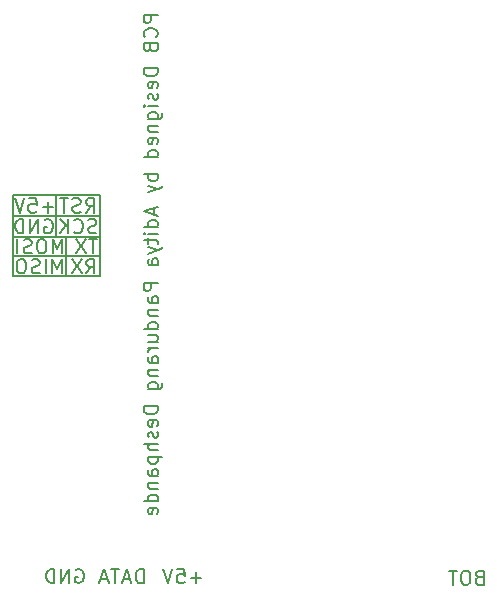
<source format=gbr>
%TF.GenerationSoftware,KiCad,Pcbnew,9.0.3*%
%TF.CreationDate,2025-07-13T14:18:37+05:30*%
%TF.ProjectId,lighting_pcb_tht,6c696768-7469-46e6-975f-7063625f7468,rev?*%
%TF.SameCoordinates,Original*%
%TF.FileFunction,Legend,Bot*%
%TF.FilePolarity,Positive*%
%FSLAX46Y46*%
G04 Gerber Fmt 4.6, Leading zero omitted, Abs format (unit mm)*
G04 Created by KiCad (PCBNEW 9.0.3) date 2025-07-13 14:18:37*
%MOMM*%
%LPD*%
G01*
G04 APERTURE LIST*
%ADD10C,0.170000*%
G04 APERTURE END LIST*
D10*
X3043872Y-18351445D02*
X3158158Y-18294302D01*
X3158158Y-18294302D02*
X3329586Y-18294302D01*
X3329586Y-18294302D02*
X3501015Y-18351445D01*
X3501015Y-18351445D02*
X3615300Y-18465731D01*
X3615300Y-18465731D02*
X3672443Y-18580017D01*
X3672443Y-18580017D02*
X3729586Y-18808588D01*
X3729586Y-18808588D02*
X3729586Y-18980017D01*
X3729586Y-18980017D02*
X3672443Y-19208588D01*
X3672443Y-19208588D02*
X3615300Y-19322874D01*
X3615300Y-19322874D02*
X3501015Y-19437160D01*
X3501015Y-19437160D02*
X3329586Y-19494302D01*
X3329586Y-19494302D02*
X3215300Y-19494302D01*
X3215300Y-19494302D02*
X3043872Y-19437160D01*
X3043872Y-19437160D02*
X2986729Y-19380017D01*
X2986729Y-19380017D02*
X2986729Y-18980017D01*
X2986729Y-18980017D02*
X3215300Y-18980017D01*
X2472443Y-19494302D02*
X2472443Y-18294302D01*
X2472443Y-18294302D02*
X1786729Y-19494302D01*
X1786729Y-19494302D02*
X1786729Y-18294302D01*
X1215300Y-19494302D02*
X1215300Y-18294302D01*
X1215300Y-18294302D02*
X929586Y-18294302D01*
X929586Y-18294302D02*
X758157Y-18351445D01*
X758157Y-18351445D02*
X643872Y-18465731D01*
X643872Y-18465731D02*
X586729Y-18580017D01*
X586729Y-18580017D02*
X529586Y-18808588D01*
X529586Y-18808588D02*
X529586Y-18980017D01*
X529586Y-18980017D02*
X586729Y-19208588D01*
X586729Y-19208588D02*
X643872Y-19322874D01*
X643872Y-19322874D02*
X758157Y-19437160D01*
X758157Y-19437160D02*
X929586Y-19494302D01*
X929586Y-19494302D02*
X1215300Y-19494302D01*
X332485Y-23160000D02*
X7740000Y-23160000D01*
X330000Y-21450000D02*
X7740000Y-21450000D01*
X3975000Y-16300000D02*
X3975000Y-19750000D01*
X330000Y-23160000D02*
X330000Y-16300000D01*
X330000Y-18010000D02*
X7740000Y-18010000D01*
X4870000Y-19785000D02*
X4870000Y-23160000D01*
X330000Y-16300000D02*
X7740000Y-16300000D01*
X330000Y-19785000D02*
X7740000Y-19785000D01*
X7740000Y-23160000D02*
X7740000Y-16300000D01*
X3762443Y-17287160D02*
X2848158Y-17287160D01*
X3305300Y-17744302D02*
X3305300Y-16830017D01*
X1705301Y-16544302D02*
X2276729Y-16544302D01*
X2276729Y-16544302D02*
X2333872Y-17115731D01*
X2333872Y-17115731D02*
X2276729Y-17058588D01*
X2276729Y-17058588D02*
X2162444Y-17001445D01*
X2162444Y-17001445D02*
X1876729Y-17001445D01*
X1876729Y-17001445D02*
X1762444Y-17058588D01*
X1762444Y-17058588D02*
X1705301Y-17115731D01*
X1705301Y-17115731D02*
X1648158Y-17230017D01*
X1648158Y-17230017D02*
X1648158Y-17515731D01*
X1648158Y-17515731D02*
X1705301Y-17630017D01*
X1705301Y-17630017D02*
X1762444Y-17687160D01*
X1762444Y-17687160D02*
X1876729Y-17744302D01*
X1876729Y-17744302D02*
X2162444Y-17744302D01*
X2162444Y-17744302D02*
X2276729Y-17687160D01*
X2276729Y-17687160D02*
X2333872Y-17630017D01*
X1305301Y-16544302D02*
X905301Y-17744302D01*
X905301Y-17744302D02*
X505301Y-16544302D01*
X12594302Y-1007556D02*
X11394302Y-1007556D01*
X11394302Y-1007556D02*
X11394302Y-1464699D01*
X11394302Y-1464699D02*
X11451445Y-1578984D01*
X11451445Y-1578984D02*
X11508588Y-1636127D01*
X11508588Y-1636127D02*
X11622874Y-1693270D01*
X11622874Y-1693270D02*
X11794302Y-1693270D01*
X11794302Y-1693270D02*
X11908588Y-1636127D01*
X11908588Y-1636127D02*
X11965731Y-1578984D01*
X11965731Y-1578984D02*
X12022874Y-1464699D01*
X12022874Y-1464699D02*
X12022874Y-1007556D01*
X12480017Y-2893270D02*
X12537160Y-2836127D01*
X12537160Y-2836127D02*
X12594302Y-2664699D01*
X12594302Y-2664699D02*
X12594302Y-2550413D01*
X12594302Y-2550413D02*
X12537160Y-2378984D01*
X12537160Y-2378984D02*
X12422874Y-2264699D01*
X12422874Y-2264699D02*
X12308588Y-2207556D01*
X12308588Y-2207556D02*
X12080017Y-2150413D01*
X12080017Y-2150413D02*
X11908588Y-2150413D01*
X11908588Y-2150413D02*
X11680017Y-2207556D01*
X11680017Y-2207556D02*
X11565731Y-2264699D01*
X11565731Y-2264699D02*
X11451445Y-2378984D01*
X11451445Y-2378984D02*
X11394302Y-2550413D01*
X11394302Y-2550413D02*
X11394302Y-2664699D01*
X11394302Y-2664699D02*
X11451445Y-2836127D01*
X11451445Y-2836127D02*
X11508588Y-2893270D01*
X11965731Y-3807556D02*
X12022874Y-3978984D01*
X12022874Y-3978984D02*
X12080017Y-4036127D01*
X12080017Y-4036127D02*
X12194302Y-4093270D01*
X12194302Y-4093270D02*
X12365731Y-4093270D01*
X12365731Y-4093270D02*
X12480017Y-4036127D01*
X12480017Y-4036127D02*
X12537160Y-3978984D01*
X12537160Y-3978984D02*
X12594302Y-3864699D01*
X12594302Y-3864699D02*
X12594302Y-3407556D01*
X12594302Y-3407556D02*
X11394302Y-3407556D01*
X11394302Y-3407556D02*
X11394302Y-3807556D01*
X11394302Y-3807556D02*
X11451445Y-3921842D01*
X11451445Y-3921842D02*
X11508588Y-3978984D01*
X11508588Y-3978984D02*
X11622874Y-4036127D01*
X11622874Y-4036127D02*
X11737160Y-4036127D01*
X11737160Y-4036127D02*
X11851445Y-3978984D01*
X11851445Y-3978984D02*
X11908588Y-3921842D01*
X11908588Y-3921842D02*
X11965731Y-3807556D01*
X11965731Y-3807556D02*
X11965731Y-3407556D01*
X12594302Y-5521842D02*
X11394302Y-5521842D01*
X11394302Y-5521842D02*
X11394302Y-5807556D01*
X11394302Y-5807556D02*
X11451445Y-5978985D01*
X11451445Y-5978985D02*
X11565731Y-6093270D01*
X11565731Y-6093270D02*
X11680017Y-6150413D01*
X11680017Y-6150413D02*
X11908588Y-6207556D01*
X11908588Y-6207556D02*
X12080017Y-6207556D01*
X12080017Y-6207556D02*
X12308588Y-6150413D01*
X12308588Y-6150413D02*
X12422874Y-6093270D01*
X12422874Y-6093270D02*
X12537160Y-5978985D01*
X12537160Y-5978985D02*
X12594302Y-5807556D01*
X12594302Y-5807556D02*
X12594302Y-5521842D01*
X12537160Y-7178985D02*
X12594302Y-7064699D01*
X12594302Y-7064699D02*
X12594302Y-6836128D01*
X12594302Y-6836128D02*
X12537160Y-6721842D01*
X12537160Y-6721842D02*
X12422874Y-6664699D01*
X12422874Y-6664699D02*
X11965731Y-6664699D01*
X11965731Y-6664699D02*
X11851445Y-6721842D01*
X11851445Y-6721842D02*
X11794302Y-6836128D01*
X11794302Y-6836128D02*
X11794302Y-7064699D01*
X11794302Y-7064699D02*
X11851445Y-7178985D01*
X11851445Y-7178985D02*
X11965731Y-7236128D01*
X11965731Y-7236128D02*
X12080017Y-7236128D01*
X12080017Y-7236128D02*
X12194302Y-6664699D01*
X12537160Y-7693270D02*
X12594302Y-7807556D01*
X12594302Y-7807556D02*
X12594302Y-8036127D01*
X12594302Y-8036127D02*
X12537160Y-8150413D01*
X12537160Y-8150413D02*
X12422874Y-8207556D01*
X12422874Y-8207556D02*
X12365731Y-8207556D01*
X12365731Y-8207556D02*
X12251445Y-8150413D01*
X12251445Y-8150413D02*
X12194302Y-8036127D01*
X12194302Y-8036127D02*
X12194302Y-7864699D01*
X12194302Y-7864699D02*
X12137160Y-7750413D01*
X12137160Y-7750413D02*
X12022874Y-7693270D01*
X12022874Y-7693270D02*
X11965731Y-7693270D01*
X11965731Y-7693270D02*
X11851445Y-7750413D01*
X11851445Y-7750413D02*
X11794302Y-7864699D01*
X11794302Y-7864699D02*
X11794302Y-8036127D01*
X11794302Y-8036127D02*
X11851445Y-8150413D01*
X12594302Y-8721842D02*
X11794302Y-8721842D01*
X11394302Y-8721842D02*
X11451445Y-8664699D01*
X11451445Y-8664699D02*
X11508588Y-8721842D01*
X11508588Y-8721842D02*
X11451445Y-8778985D01*
X11451445Y-8778985D02*
X11394302Y-8721842D01*
X11394302Y-8721842D02*
X11508588Y-8721842D01*
X11794302Y-9807557D02*
X12765731Y-9807557D01*
X12765731Y-9807557D02*
X12880017Y-9750414D01*
X12880017Y-9750414D02*
X12937160Y-9693271D01*
X12937160Y-9693271D02*
X12994302Y-9578985D01*
X12994302Y-9578985D02*
X12994302Y-9407557D01*
X12994302Y-9407557D02*
X12937160Y-9293271D01*
X12537160Y-9807557D02*
X12594302Y-9693271D01*
X12594302Y-9693271D02*
X12594302Y-9464699D01*
X12594302Y-9464699D02*
X12537160Y-9350414D01*
X12537160Y-9350414D02*
X12480017Y-9293271D01*
X12480017Y-9293271D02*
X12365731Y-9236128D01*
X12365731Y-9236128D02*
X12022874Y-9236128D01*
X12022874Y-9236128D02*
X11908588Y-9293271D01*
X11908588Y-9293271D02*
X11851445Y-9350414D01*
X11851445Y-9350414D02*
X11794302Y-9464699D01*
X11794302Y-9464699D02*
X11794302Y-9693271D01*
X11794302Y-9693271D02*
X11851445Y-9807557D01*
X11794302Y-10378985D02*
X12594302Y-10378985D01*
X11908588Y-10378985D02*
X11851445Y-10436128D01*
X11851445Y-10436128D02*
X11794302Y-10550413D01*
X11794302Y-10550413D02*
X11794302Y-10721842D01*
X11794302Y-10721842D02*
X11851445Y-10836128D01*
X11851445Y-10836128D02*
X11965731Y-10893271D01*
X11965731Y-10893271D02*
X12594302Y-10893271D01*
X12537160Y-11921842D02*
X12594302Y-11807556D01*
X12594302Y-11807556D02*
X12594302Y-11578985D01*
X12594302Y-11578985D02*
X12537160Y-11464699D01*
X12537160Y-11464699D02*
X12422874Y-11407556D01*
X12422874Y-11407556D02*
X11965731Y-11407556D01*
X11965731Y-11407556D02*
X11851445Y-11464699D01*
X11851445Y-11464699D02*
X11794302Y-11578985D01*
X11794302Y-11578985D02*
X11794302Y-11807556D01*
X11794302Y-11807556D02*
X11851445Y-11921842D01*
X11851445Y-11921842D02*
X11965731Y-11978985D01*
X11965731Y-11978985D02*
X12080017Y-11978985D01*
X12080017Y-11978985D02*
X12194302Y-11407556D01*
X12594302Y-13007556D02*
X11394302Y-13007556D01*
X12537160Y-13007556D02*
X12594302Y-12893270D01*
X12594302Y-12893270D02*
X12594302Y-12664698D01*
X12594302Y-12664698D02*
X12537160Y-12550413D01*
X12537160Y-12550413D02*
X12480017Y-12493270D01*
X12480017Y-12493270D02*
X12365731Y-12436127D01*
X12365731Y-12436127D02*
X12022874Y-12436127D01*
X12022874Y-12436127D02*
X11908588Y-12493270D01*
X11908588Y-12493270D02*
X11851445Y-12550413D01*
X11851445Y-12550413D02*
X11794302Y-12664698D01*
X11794302Y-12664698D02*
X11794302Y-12893270D01*
X11794302Y-12893270D02*
X11851445Y-13007556D01*
X12594302Y-14493270D02*
X11394302Y-14493270D01*
X11851445Y-14493270D02*
X11794302Y-14607556D01*
X11794302Y-14607556D02*
X11794302Y-14836127D01*
X11794302Y-14836127D02*
X11851445Y-14950413D01*
X11851445Y-14950413D02*
X11908588Y-15007556D01*
X11908588Y-15007556D02*
X12022874Y-15064698D01*
X12022874Y-15064698D02*
X12365731Y-15064698D01*
X12365731Y-15064698D02*
X12480017Y-15007556D01*
X12480017Y-15007556D02*
X12537160Y-14950413D01*
X12537160Y-14950413D02*
X12594302Y-14836127D01*
X12594302Y-14836127D02*
X12594302Y-14607556D01*
X12594302Y-14607556D02*
X12537160Y-14493270D01*
X11794302Y-15464698D02*
X12594302Y-15750412D01*
X11794302Y-16036127D02*
X12594302Y-15750412D01*
X12594302Y-15750412D02*
X12880017Y-15636127D01*
X12880017Y-15636127D02*
X12937160Y-15578984D01*
X12937160Y-15578984D02*
X12994302Y-15464698D01*
X12251445Y-17350413D02*
X12251445Y-17921842D01*
X12594302Y-17236127D02*
X11394302Y-17636127D01*
X11394302Y-17636127D02*
X12594302Y-18036127D01*
X12594302Y-18950413D02*
X11394302Y-18950413D01*
X12537160Y-18950413D02*
X12594302Y-18836127D01*
X12594302Y-18836127D02*
X12594302Y-18607555D01*
X12594302Y-18607555D02*
X12537160Y-18493270D01*
X12537160Y-18493270D02*
X12480017Y-18436127D01*
X12480017Y-18436127D02*
X12365731Y-18378984D01*
X12365731Y-18378984D02*
X12022874Y-18378984D01*
X12022874Y-18378984D02*
X11908588Y-18436127D01*
X11908588Y-18436127D02*
X11851445Y-18493270D01*
X11851445Y-18493270D02*
X11794302Y-18607555D01*
X11794302Y-18607555D02*
X11794302Y-18836127D01*
X11794302Y-18836127D02*
X11851445Y-18950413D01*
X12594302Y-19521841D02*
X11794302Y-19521841D01*
X11394302Y-19521841D02*
X11451445Y-19464698D01*
X11451445Y-19464698D02*
X11508588Y-19521841D01*
X11508588Y-19521841D02*
X11451445Y-19578984D01*
X11451445Y-19578984D02*
X11394302Y-19521841D01*
X11394302Y-19521841D02*
X11508588Y-19521841D01*
X11794302Y-19921841D02*
X11794302Y-20378984D01*
X11394302Y-20093270D02*
X12422874Y-20093270D01*
X12422874Y-20093270D02*
X12537160Y-20150413D01*
X12537160Y-20150413D02*
X12594302Y-20264698D01*
X12594302Y-20264698D02*
X12594302Y-20378984D01*
X11794302Y-20664698D02*
X12594302Y-20950412D01*
X11794302Y-21236127D02*
X12594302Y-20950412D01*
X12594302Y-20950412D02*
X12880017Y-20836127D01*
X12880017Y-20836127D02*
X12937160Y-20778984D01*
X12937160Y-20778984D02*
X12994302Y-20664698D01*
X12594302Y-22207556D02*
X11965731Y-22207556D01*
X11965731Y-22207556D02*
X11851445Y-22150413D01*
X11851445Y-22150413D02*
X11794302Y-22036127D01*
X11794302Y-22036127D02*
X11794302Y-21807556D01*
X11794302Y-21807556D02*
X11851445Y-21693270D01*
X12537160Y-22207556D02*
X12594302Y-22093270D01*
X12594302Y-22093270D02*
X12594302Y-21807556D01*
X12594302Y-21807556D02*
X12537160Y-21693270D01*
X12537160Y-21693270D02*
X12422874Y-21636127D01*
X12422874Y-21636127D02*
X12308588Y-21636127D01*
X12308588Y-21636127D02*
X12194302Y-21693270D01*
X12194302Y-21693270D02*
X12137160Y-21807556D01*
X12137160Y-21807556D02*
X12137160Y-22093270D01*
X12137160Y-22093270D02*
X12080017Y-22207556D01*
X12594302Y-23693270D02*
X11394302Y-23693270D01*
X11394302Y-23693270D02*
X11394302Y-24150413D01*
X11394302Y-24150413D02*
X11451445Y-24264698D01*
X11451445Y-24264698D02*
X11508588Y-24321841D01*
X11508588Y-24321841D02*
X11622874Y-24378984D01*
X11622874Y-24378984D02*
X11794302Y-24378984D01*
X11794302Y-24378984D02*
X11908588Y-24321841D01*
X11908588Y-24321841D02*
X11965731Y-24264698D01*
X11965731Y-24264698D02*
X12022874Y-24150413D01*
X12022874Y-24150413D02*
X12022874Y-23693270D01*
X12594302Y-25407556D02*
X11965731Y-25407556D01*
X11965731Y-25407556D02*
X11851445Y-25350413D01*
X11851445Y-25350413D02*
X11794302Y-25236127D01*
X11794302Y-25236127D02*
X11794302Y-25007556D01*
X11794302Y-25007556D02*
X11851445Y-24893270D01*
X12537160Y-25407556D02*
X12594302Y-25293270D01*
X12594302Y-25293270D02*
X12594302Y-25007556D01*
X12594302Y-25007556D02*
X12537160Y-24893270D01*
X12537160Y-24893270D02*
X12422874Y-24836127D01*
X12422874Y-24836127D02*
X12308588Y-24836127D01*
X12308588Y-24836127D02*
X12194302Y-24893270D01*
X12194302Y-24893270D02*
X12137160Y-25007556D01*
X12137160Y-25007556D02*
X12137160Y-25293270D01*
X12137160Y-25293270D02*
X12080017Y-25407556D01*
X11794302Y-25978984D02*
X12594302Y-25978984D01*
X11908588Y-25978984D02*
X11851445Y-26036127D01*
X11851445Y-26036127D02*
X11794302Y-26150412D01*
X11794302Y-26150412D02*
X11794302Y-26321841D01*
X11794302Y-26321841D02*
X11851445Y-26436127D01*
X11851445Y-26436127D02*
X11965731Y-26493270D01*
X11965731Y-26493270D02*
X12594302Y-26493270D01*
X12594302Y-27578984D02*
X11394302Y-27578984D01*
X12537160Y-27578984D02*
X12594302Y-27464698D01*
X12594302Y-27464698D02*
X12594302Y-27236126D01*
X12594302Y-27236126D02*
X12537160Y-27121841D01*
X12537160Y-27121841D02*
X12480017Y-27064698D01*
X12480017Y-27064698D02*
X12365731Y-27007555D01*
X12365731Y-27007555D02*
X12022874Y-27007555D01*
X12022874Y-27007555D02*
X11908588Y-27064698D01*
X11908588Y-27064698D02*
X11851445Y-27121841D01*
X11851445Y-27121841D02*
X11794302Y-27236126D01*
X11794302Y-27236126D02*
X11794302Y-27464698D01*
X11794302Y-27464698D02*
X11851445Y-27578984D01*
X11794302Y-28664698D02*
X12594302Y-28664698D01*
X11794302Y-28150412D02*
X12422874Y-28150412D01*
X12422874Y-28150412D02*
X12537160Y-28207555D01*
X12537160Y-28207555D02*
X12594302Y-28321840D01*
X12594302Y-28321840D02*
X12594302Y-28493269D01*
X12594302Y-28493269D02*
X12537160Y-28607555D01*
X12537160Y-28607555D02*
X12480017Y-28664698D01*
X12594302Y-29236126D02*
X11794302Y-29236126D01*
X12022874Y-29236126D02*
X11908588Y-29293269D01*
X11908588Y-29293269D02*
X11851445Y-29350412D01*
X11851445Y-29350412D02*
X11794302Y-29464697D01*
X11794302Y-29464697D02*
X11794302Y-29578983D01*
X12594302Y-30493269D02*
X11965731Y-30493269D01*
X11965731Y-30493269D02*
X11851445Y-30436126D01*
X11851445Y-30436126D02*
X11794302Y-30321840D01*
X11794302Y-30321840D02*
X11794302Y-30093269D01*
X11794302Y-30093269D02*
X11851445Y-29978983D01*
X12537160Y-30493269D02*
X12594302Y-30378983D01*
X12594302Y-30378983D02*
X12594302Y-30093269D01*
X12594302Y-30093269D02*
X12537160Y-29978983D01*
X12537160Y-29978983D02*
X12422874Y-29921840D01*
X12422874Y-29921840D02*
X12308588Y-29921840D01*
X12308588Y-29921840D02*
X12194302Y-29978983D01*
X12194302Y-29978983D02*
X12137160Y-30093269D01*
X12137160Y-30093269D02*
X12137160Y-30378983D01*
X12137160Y-30378983D02*
X12080017Y-30493269D01*
X11794302Y-31064697D02*
X12594302Y-31064697D01*
X11908588Y-31064697D02*
X11851445Y-31121840D01*
X11851445Y-31121840D02*
X11794302Y-31236125D01*
X11794302Y-31236125D02*
X11794302Y-31407554D01*
X11794302Y-31407554D02*
X11851445Y-31521840D01*
X11851445Y-31521840D02*
X11965731Y-31578983D01*
X11965731Y-31578983D02*
X12594302Y-31578983D01*
X11794302Y-32664697D02*
X12765731Y-32664697D01*
X12765731Y-32664697D02*
X12880017Y-32607554D01*
X12880017Y-32607554D02*
X12937160Y-32550411D01*
X12937160Y-32550411D02*
X12994302Y-32436125D01*
X12994302Y-32436125D02*
X12994302Y-32264697D01*
X12994302Y-32264697D02*
X12937160Y-32150411D01*
X12537160Y-32664697D02*
X12594302Y-32550411D01*
X12594302Y-32550411D02*
X12594302Y-32321839D01*
X12594302Y-32321839D02*
X12537160Y-32207554D01*
X12537160Y-32207554D02*
X12480017Y-32150411D01*
X12480017Y-32150411D02*
X12365731Y-32093268D01*
X12365731Y-32093268D02*
X12022874Y-32093268D01*
X12022874Y-32093268D02*
X11908588Y-32150411D01*
X11908588Y-32150411D02*
X11851445Y-32207554D01*
X11851445Y-32207554D02*
X11794302Y-32321839D01*
X11794302Y-32321839D02*
X11794302Y-32550411D01*
X11794302Y-32550411D02*
X11851445Y-32664697D01*
X12594302Y-34150411D02*
X11394302Y-34150411D01*
X11394302Y-34150411D02*
X11394302Y-34436125D01*
X11394302Y-34436125D02*
X11451445Y-34607554D01*
X11451445Y-34607554D02*
X11565731Y-34721839D01*
X11565731Y-34721839D02*
X11680017Y-34778982D01*
X11680017Y-34778982D02*
X11908588Y-34836125D01*
X11908588Y-34836125D02*
X12080017Y-34836125D01*
X12080017Y-34836125D02*
X12308588Y-34778982D01*
X12308588Y-34778982D02*
X12422874Y-34721839D01*
X12422874Y-34721839D02*
X12537160Y-34607554D01*
X12537160Y-34607554D02*
X12594302Y-34436125D01*
X12594302Y-34436125D02*
X12594302Y-34150411D01*
X12537160Y-35807554D02*
X12594302Y-35693268D01*
X12594302Y-35693268D02*
X12594302Y-35464697D01*
X12594302Y-35464697D02*
X12537160Y-35350411D01*
X12537160Y-35350411D02*
X12422874Y-35293268D01*
X12422874Y-35293268D02*
X11965731Y-35293268D01*
X11965731Y-35293268D02*
X11851445Y-35350411D01*
X11851445Y-35350411D02*
X11794302Y-35464697D01*
X11794302Y-35464697D02*
X11794302Y-35693268D01*
X11794302Y-35693268D02*
X11851445Y-35807554D01*
X11851445Y-35807554D02*
X11965731Y-35864697D01*
X11965731Y-35864697D02*
X12080017Y-35864697D01*
X12080017Y-35864697D02*
X12194302Y-35293268D01*
X12537160Y-36321839D02*
X12594302Y-36436125D01*
X12594302Y-36436125D02*
X12594302Y-36664696D01*
X12594302Y-36664696D02*
X12537160Y-36778982D01*
X12537160Y-36778982D02*
X12422874Y-36836125D01*
X12422874Y-36836125D02*
X12365731Y-36836125D01*
X12365731Y-36836125D02*
X12251445Y-36778982D01*
X12251445Y-36778982D02*
X12194302Y-36664696D01*
X12194302Y-36664696D02*
X12194302Y-36493268D01*
X12194302Y-36493268D02*
X12137160Y-36378982D01*
X12137160Y-36378982D02*
X12022874Y-36321839D01*
X12022874Y-36321839D02*
X11965731Y-36321839D01*
X11965731Y-36321839D02*
X11851445Y-36378982D01*
X11851445Y-36378982D02*
X11794302Y-36493268D01*
X11794302Y-36493268D02*
X11794302Y-36664696D01*
X11794302Y-36664696D02*
X11851445Y-36778982D01*
X12594302Y-37350411D02*
X11394302Y-37350411D01*
X12594302Y-37864697D02*
X11965731Y-37864697D01*
X11965731Y-37864697D02*
X11851445Y-37807554D01*
X11851445Y-37807554D02*
X11794302Y-37693268D01*
X11794302Y-37693268D02*
X11794302Y-37521839D01*
X11794302Y-37521839D02*
X11851445Y-37407554D01*
X11851445Y-37407554D02*
X11908588Y-37350411D01*
X11794302Y-38436125D02*
X12994302Y-38436125D01*
X11851445Y-38436125D02*
X11794302Y-38550411D01*
X11794302Y-38550411D02*
X11794302Y-38778982D01*
X11794302Y-38778982D02*
X11851445Y-38893268D01*
X11851445Y-38893268D02*
X11908588Y-38950411D01*
X11908588Y-38950411D02*
X12022874Y-39007553D01*
X12022874Y-39007553D02*
X12365731Y-39007553D01*
X12365731Y-39007553D02*
X12480017Y-38950411D01*
X12480017Y-38950411D02*
X12537160Y-38893268D01*
X12537160Y-38893268D02*
X12594302Y-38778982D01*
X12594302Y-38778982D02*
X12594302Y-38550411D01*
X12594302Y-38550411D02*
X12537160Y-38436125D01*
X12594302Y-40036125D02*
X11965731Y-40036125D01*
X11965731Y-40036125D02*
X11851445Y-39978982D01*
X11851445Y-39978982D02*
X11794302Y-39864696D01*
X11794302Y-39864696D02*
X11794302Y-39636125D01*
X11794302Y-39636125D02*
X11851445Y-39521839D01*
X12537160Y-40036125D02*
X12594302Y-39921839D01*
X12594302Y-39921839D02*
X12594302Y-39636125D01*
X12594302Y-39636125D02*
X12537160Y-39521839D01*
X12537160Y-39521839D02*
X12422874Y-39464696D01*
X12422874Y-39464696D02*
X12308588Y-39464696D01*
X12308588Y-39464696D02*
X12194302Y-39521839D01*
X12194302Y-39521839D02*
X12137160Y-39636125D01*
X12137160Y-39636125D02*
X12137160Y-39921839D01*
X12137160Y-39921839D02*
X12080017Y-40036125D01*
X11794302Y-40607553D02*
X12594302Y-40607553D01*
X11908588Y-40607553D02*
X11851445Y-40664696D01*
X11851445Y-40664696D02*
X11794302Y-40778981D01*
X11794302Y-40778981D02*
X11794302Y-40950410D01*
X11794302Y-40950410D02*
X11851445Y-41064696D01*
X11851445Y-41064696D02*
X11965731Y-41121839D01*
X11965731Y-41121839D02*
X12594302Y-41121839D01*
X12594302Y-42207553D02*
X11394302Y-42207553D01*
X12537160Y-42207553D02*
X12594302Y-42093267D01*
X12594302Y-42093267D02*
X12594302Y-41864695D01*
X12594302Y-41864695D02*
X12537160Y-41750410D01*
X12537160Y-41750410D02*
X12480017Y-41693267D01*
X12480017Y-41693267D02*
X12365731Y-41636124D01*
X12365731Y-41636124D02*
X12022874Y-41636124D01*
X12022874Y-41636124D02*
X11908588Y-41693267D01*
X11908588Y-41693267D02*
X11851445Y-41750410D01*
X11851445Y-41750410D02*
X11794302Y-41864695D01*
X11794302Y-41864695D02*
X11794302Y-42093267D01*
X11794302Y-42093267D02*
X11851445Y-42207553D01*
X12537160Y-43236124D02*
X12594302Y-43121838D01*
X12594302Y-43121838D02*
X12594302Y-42893267D01*
X12594302Y-42893267D02*
X12537160Y-42778981D01*
X12537160Y-42778981D02*
X12422874Y-42721838D01*
X12422874Y-42721838D02*
X11965731Y-42721838D01*
X11965731Y-42721838D02*
X11851445Y-42778981D01*
X11851445Y-42778981D02*
X11794302Y-42893267D01*
X11794302Y-42893267D02*
X11794302Y-43121838D01*
X11794302Y-43121838D02*
X11851445Y-43236124D01*
X11851445Y-43236124D02*
X11965731Y-43293267D01*
X11965731Y-43293267D02*
X12080017Y-43293267D01*
X12080017Y-43293267D02*
X12194302Y-42721838D01*
X7483872Y-20004302D02*
X6798158Y-20004302D01*
X7141015Y-21204302D02*
X7141015Y-20004302D01*
X6512443Y-20004302D02*
X5712443Y-21204302D01*
X5712443Y-20004302D02*
X6512443Y-21204302D01*
X7409586Y-19437160D02*
X7238158Y-19494302D01*
X7238158Y-19494302D02*
X6952443Y-19494302D01*
X6952443Y-19494302D02*
X6838158Y-19437160D01*
X6838158Y-19437160D02*
X6781015Y-19380017D01*
X6781015Y-19380017D02*
X6723872Y-19265731D01*
X6723872Y-19265731D02*
X6723872Y-19151445D01*
X6723872Y-19151445D02*
X6781015Y-19037160D01*
X6781015Y-19037160D02*
X6838158Y-18980017D01*
X6838158Y-18980017D02*
X6952443Y-18922874D01*
X6952443Y-18922874D02*
X7181015Y-18865731D01*
X7181015Y-18865731D02*
X7295300Y-18808588D01*
X7295300Y-18808588D02*
X7352443Y-18751445D01*
X7352443Y-18751445D02*
X7409586Y-18637160D01*
X7409586Y-18637160D02*
X7409586Y-18522874D01*
X7409586Y-18522874D02*
X7352443Y-18408588D01*
X7352443Y-18408588D02*
X7295300Y-18351445D01*
X7295300Y-18351445D02*
X7181015Y-18294302D01*
X7181015Y-18294302D02*
X6895300Y-18294302D01*
X6895300Y-18294302D02*
X6723872Y-18351445D01*
X5523872Y-19380017D02*
X5581015Y-19437160D01*
X5581015Y-19437160D02*
X5752443Y-19494302D01*
X5752443Y-19494302D02*
X5866729Y-19494302D01*
X5866729Y-19494302D02*
X6038158Y-19437160D01*
X6038158Y-19437160D02*
X6152443Y-19322874D01*
X6152443Y-19322874D02*
X6209586Y-19208588D01*
X6209586Y-19208588D02*
X6266729Y-18980017D01*
X6266729Y-18980017D02*
X6266729Y-18808588D01*
X6266729Y-18808588D02*
X6209586Y-18580017D01*
X6209586Y-18580017D02*
X6152443Y-18465731D01*
X6152443Y-18465731D02*
X6038158Y-18351445D01*
X6038158Y-18351445D02*
X5866729Y-18294302D01*
X5866729Y-18294302D02*
X5752443Y-18294302D01*
X5752443Y-18294302D02*
X5581015Y-18351445D01*
X5581015Y-18351445D02*
X5523872Y-18408588D01*
X5009586Y-19494302D02*
X5009586Y-18294302D01*
X4323872Y-19494302D02*
X4838158Y-18808588D01*
X4323872Y-18294302D02*
X5009586Y-18980017D01*
X11402443Y-49144302D02*
X11402443Y-47944302D01*
X11402443Y-47944302D02*
X11116729Y-47944302D01*
X11116729Y-47944302D02*
X10945300Y-48001445D01*
X10945300Y-48001445D02*
X10831015Y-48115731D01*
X10831015Y-48115731D02*
X10773872Y-48230017D01*
X10773872Y-48230017D02*
X10716729Y-48458588D01*
X10716729Y-48458588D02*
X10716729Y-48630017D01*
X10716729Y-48630017D02*
X10773872Y-48858588D01*
X10773872Y-48858588D02*
X10831015Y-48972874D01*
X10831015Y-48972874D02*
X10945300Y-49087160D01*
X10945300Y-49087160D02*
X11116729Y-49144302D01*
X11116729Y-49144302D02*
X11402443Y-49144302D01*
X10259586Y-48801445D02*
X9688158Y-48801445D01*
X10373872Y-49144302D02*
X9973872Y-47944302D01*
X9973872Y-47944302D02*
X9573872Y-49144302D01*
X9345301Y-47944302D02*
X8659587Y-47944302D01*
X9002444Y-49144302D02*
X9002444Y-47944302D01*
X8316729Y-48801445D02*
X7745301Y-48801445D01*
X8431015Y-49144302D02*
X8031015Y-47944302D01*
X8031015Y-47944302D02*
X7631015Y-49144302D01*
X6546729Y-22894302D02*
X6946729Y-22322874D01*
X7232443Y-22894302D02*
X7232443Y-21694302D01*
X7232443Y-21694302D02*
X6775300Y-21694302D01*
X6775300Y-21694302D02*
X6661015Y-21751445D01*
X6661015Y-21751445D02*
X6603872Y-21808588D01*
X6603872Y-21808588D02*
X6546729Y-21922874D01*
X6546729Y-21922874D02*
X6546729Y-22094302D01*
X6546729Y-22094302D02*
X6603872Y-22208588D01*
X6603872Y-22208588D02*
X6661015Y-22265731D01*
X6661015Y-22265731D02*
X6775300Y-22322874D01*
X6775300Y-22322874D02*
X7232443Y-22322874D01*
X6146729Y-21694302D02*
X5346729Y-22894302D01*
X5346729Y-21694302D02*
X6146729Y-22894302D01*
X39812443Y-48625731D02*
X39641015Y-48682874D01*
X39641015Y-48682874D02*
X39583872Y-48740017D01*
X39583872Y-48740017D02*
X39526729Y-48854302D01*
X39526729Y-48854302D02*
X39526729Y-49025731D01*
X39526729Y-49025731D02*
X39583872Y-49140017D01*
X39583872Y-49140017D02*
X39641015Y-49197160D01*
X39641015Y-49197160D02*
X39755300Y-49254302D01*
X39755300Y-49254302D02*
X40212443Y-49254302D01*
X40212443Y-49254302D02*
X40212443Y-48054302D01*
X40212443Y-48054302D02*
X39812443Y-48054302D01*
X39812443Y-48054302D02*
X39698158Y-48111445D01*
X39698158Y-48111445D02*
X39641015Y-48168588D01*
X39641015Y-48168588D02*
X39583872Y-48282874D01*
X39583872Y-48282874D02*
X39583872Y-48397160D01*
X39583872Y-48397160D02*
X39641015Y-48511445D01*
X39641015Y-48511445D02*
X39698158Y-48568588D01*
X39698158Y-48568588D02*
X39812443Y-48625731D01*
X39812443Y-48625731D02*
X40212443Y-48625731D01*
X38783872Y-48054302D02*
X38555300Y-48054302D01*
X38555300Y-48054302D02*
X38441015Y-48111445D01*
X38441015Y-48111445D02*
X38326729Y-48225731D01*
X38326729Y-48225731D02*
X38269586Y-48454302D01*
X38269586Y-48454302D02*
X38269586Y-48854302D01*
X38269586Y-48854302D02*
X38326729Y-49082874D01*
X38326729Y-49082874D02*
X38441015Y-49197160D01*
X38441015Y-49197160D02*
X38555300Y-49254302D01*
X38555300Y-49254302D02*
X38783872Y-49254302D01*
X38783872Y-49254302D02*
X38898158Y-49197160D01*
X38898158Y-49197160D02*
X39012443Y-49082874D01*
X39012443Y-49082874D02*
X39069586Y-48854302D01*
X39069586Y-48854302D02*
X39069586Y-48454302D01*
X39069586Y-48454302D02*
X39012443Y-48225731D01*
X39012443Y-48225731D02*
X38898158Y-48111445D01*
X38898158Y-48111445D02*
X38783872Y-48054302D01*
X37926729Y-48054302D02*
X37241015Y-48054302D01*
X37583872Y-49254302D02*
X37583872Y-48054302D01*
X4482443Y-22894302D02*
X4482443Y-21694302D01*
X4482443Y-21694302D02*
X4082443Y-22551445D01*
X4082443Y-22551445D02*
X3682443Y-21694302D01*
X3682443Y-21694302D02*
X3682443Y-22894302D01*
X3111014Y-22894302D02*
X3111014Y-21694302D01*
X2596728Y-22837160D02*
X2425300Y-22894302D01*
X2425300Y-22894302D02*
X2139585Y-22894302D01*
X2139585Y-22894302D02*
X2025300Y-22837160D01*
X2025300Y-22837160D02*
X1968157Y-22780017D01*
X1968157Y-22780017D02*
X1911014Y-22665731D01*
X1911014Y-22665731D02*
X1911014Y-22551445D01*
X1911014Y-22551445D02*
X1968157Y-22437160D01*
X1968157Y-22437160D02*
X2025300Y-22380017D01*
X2025300Y-22380017D02*
X2139585Y-22322874D01*
X2139585Y-22322874D02*
X2368157Y-22265731D01*
X2368157Y-22265731D02*
X2482442Y-22208588D01*
X2482442Y-22208588D02*
X2539585Y-22151445D01*
X2539585Y-22151445D02*
X2596728Y-22037160D01*
X2596728Y-22037160D02*
X2596728Y-21922874D01*
X2596728Y-21922874D02*
X2539585Y-21808588D01*
X2539585Y-21808588D02*
X2482442Y-21751445D01*
X2482442Y-21751445D02*
X2368157Y-21694302D01*
X2368157Y-21694302D02*
X2082442Y-21694302D01*
X2082442Y-21694302D02*
X1911014Y-21751445D01*
X1168157Y-21694302D02*
X939585Y-21694302D01*
X939585Y-21694302D02*
X825300Y-21751445D01*
X825300Y-21751445D02*
X711014Y-21865731D01*
X711014Y-21865731D02*
X653871Y-22094302D01*
X653871Y-22094302D02*
X653871Y-22494302D01*
X653871Y-22494302D02*
X711014Y-22722874D01*
X711014Y-22722874D02*
X825300Y-22837160D01*
X825300Y-22837160D02*
X939585Y-22894302D01*
X939585Y-22894302D02*
X1168157Y-22894302D01*
X1168157Y-22894302D02*
X1282443Y-22837160D01*
X1282443Y-22837160D02*
X1396728Y-22722874D01*
X1396728Y-22722874D02*
X1453871Y-22494302D01*
X1453871Y-22494302D02*
X1453871Y-22094302D01*
X1453871Y-22094302D02*
X1396728Y-21865731D01*
X1396728Y-21865731D02*
X1282443Y-21751445D01*
X1282443Y-21751445D02*
X1168157Y-21694302D01*
X5683872Y-47981445D02*
X5798158Y-47924302D01*
X5798158Y-47924302D02*
X5969586Y-47924302D01*
X5969586Y-47924302D02*
X6141015Y-47981445D01*
X6141015Y-47981445D02*
X6255300Y-48095731D01*
X6255300Y-48095731D02*
X6312443Y-48210017D01*
X6312443Y-48210017D02*
X6369586Y-48438588D01*
X6369586Y-48438588D02*
X6369586Y-48610017D01*
X6369586Y-48610017D02*
X6312443Y-48838588D01*
X6312443Y-48838588D02*
X6255300Y-48952874D01*
X6255300Y-48952874D02*
X6141015Y-49067160D01*
X6141015Y-49067160D02*
X5969586Y-49124302D01*
X5969586Y-49124302D02*
X5855300Y-49124302D01*
X5855300Y-49124302D02*
X5683872Y-49067160D01*
X5683872Y-49067160D02*
X5626729Y-49010017D01*
X5626729Y-49010017D02*
X5626729Y-48610017D01*
X5626729Y-48610017D02*
X5855300Y-48610017D01*
X5112443Y-49124302D02*
X5112443Y-47924302D01*
X5112443Y-47924302D02*
X4426729Y-49124302D01*
X4426729Y-49124302D02*
X4426729Y-47924302D01*
X3855300Y-49124302D02*
X3855300Y-47924302D01*
X3855300Y-47924302D02*
X3569586Y-47924302D01*
X3569586Y-47924302D02*
X3398157Y-47981445D01*
X3398157Y-47981445D02*
X3283872Y-48095731D01*
X3283872Y-48095731D02*
X3226729Y-48210017D01*
X3226729Y-48210017D02*
X3169586Y-48438588D01*
X3169586Y-48438588D02*
X3169586Y-48610017D01*
X3169586Y-48610017D02*
X3226729Y-48838588D01*
X3226729Y-48838588D02*
X3283872Y-48952874D01*
X3283872Y-48952874D02*
X3398157Y-49067160D01*
X3398157Y-49067160D02*
X3569586Y-49124302D01*
X3569586Y-49124302D02*
X3855300Y-49124302D01*
X6516729Y-17744302D02*
X6916729Y-17172874D01*
X7202443Y-17744302D02*
X7202443Y-16544302D01*
X7202443Y-16544302D02*
X6745300Y-16544302D01*
X6745300Y-16544302D02*
X6631015Y-16601445D01*
X6631015Y-16601445D02*
X6573872Y-16658588D01*
X6573872Y-16658588D02*
X6516729Y-16772874D01*
X6516729Y-16772874D02*
X6516729Y-16944302D01*
X6516729Y-16944302D02*
X6573872Y-17058588D01*
X6573872Y-17058588D02*
X6631015Y-17115731D01*
X6631015Y-17115731D02*
X6745300Y-17172874D01*
X6745300Y-17172874D02*
X7202443Y-17172874D01*
X6059586Y-17687160D02*
X5888158Y-17744302D01*
X5888158Y-17744302D02*
X5602443Y-17744302D01*
X5602443Y-17744302D02*
X5488158Y-17687160D01*
X5488158Y-17687160D02*
X5431015Y-17630017D01*
X5431015Y-17630017D02*
X5373872Y-17515731D01*
X5373872Y-17515731D02*
X5373872Y-17401445D01*
X5373872Y-17401445D02*
X5431015Y-17287160D01*
X5431015Y-17287160D02*
X5488158Y-17230017D01*
X5488158Y-17230017D02*
X5602443Y-17172874D01*
X5602443Y-17172874D02*
X5831015Y-17115731D01*
X5831015Y-17115731D02*
X5945300Y-17058588D01*
X5945300Y-17058588D02*
X6002443Y-17001445D01*
X6002443Y-17001445D02*
X6059586Y-16887160D01*
X6059586Y-16887160D02*
X6059586Y-16772874D01*
X6059586Y-16772874D02*
X6002443Y-16658588D01*
X6002443Y-16658588D02*
X5945300Y-16601445D01*
X5945300Y-16601445D02*
X5831015Y-16544302D01*
X5831015Y-16544302D02*
X5545300Y-16544302D01*
X5545300Y-16544302D02*
X5373872Y-16601445D01*
X5031015Y-16544302D02*
X4345301Y-16544302D01*
X4688158Y-17744302D02*
X4688158Y-16544302D01*
X16302443Y-48667160D02*
X15388158Y-48667160D01*
X15845300Y-49124302D02*
X15845300Y-48210017D01*
X14245301Y-47924302D02*
X14816729Y-47924302D01*
X14816729Y-47924302D02*
X14873872Y-48495731D01*
X14873872Y-48495731D02*
X14816729Y-48438588D01*
X14816729Y-48438588D02*
X14702444Y-48381445D01*
X14702444Y-48381445D02*
X14416729Y-48381445D01*
X14416729Y-48381445D02*
X14302444Y-48438588D01*
X14302444Y-48438588D02*
X14245301Y-48495731D01*
X14245301Y-48495731D02*
X14188158Y-48610017D01*
X14188158Y-48610017D02*
X14188158Y-48895731D01*
X14188158Y-48895731D02*
X14245301Y-49010017D01*
X14245301Y-49010017D02*
X14302444Y-49067160D01*
X14302444Y-49067160D02*
X14416729Y-49124302D01*
X14416729Y-49124302D02*
X14702444Y-49124302D01*
X14702444Y-49124302D02*
X14816729Y-49067160D01*
X14816729Y-49067160D02*
X14873872Y-49010017D01*
X13845301Y-47924302D02*
X13445301Y-49124302D01*
X13445301Y-49124302D02*
X13045301Y-47924302D01*
X4492443Y-21204302D02*
X4492443Y-20004302D01*
X4492443Y-20004302D02*
X4092443Y-20861445D01*
X4092443Y-20861445D02*
X3692443Y-20004302D01*
X3692443Y-20004302D02*
X3692443Y-21204302D01*
X2892443Y-20004302D02*
X2663871Y-20004302D01*
X2663871Y-20004302D02*
X2549586Y-20061445D01*
X2549586Y-20061445D02*
X2435300Y-20175731D01*
X2435300Y-20175731D02*
X2378157Y-20404302D01*
X2378157Y-20404302D02*
X2378157Y-20804302D01*
X2378157Y-20804302D02*
X2435300Y-21032874D01*
X2435300Y-21032874D02*
X2549586Y-21147160D01*
X2549586Y-21147160D02*
X2663871Y-21204302D01*
X2663871Y-21204302D02*
X2892443Y-21204302D01*
X2892443Y-21204302D02*
X3006729Y-21147160D01*
X3006729Y-21147160D02*
X3121014Y-21032874D01*
X3121014Y-21032874D02*
X3178157Y-20804302D01*
X3178157Y-20804302D02*
X3178157Y-20404302D01*
X3178157Y-20404302D02*
X3121014Y-20175731D01*
X3121014Y-20175731D02*
X3006729Y-20061445D01*
X3006729Y-20061445D02*
X2892443Y-20004302D01*
X1921014Y-21147160D02*
X1749586Y-21204302D01*
X1749586Y-21204302D02*
X1463871Y-21204302D01*
X1463871Y-21204302D02*
X1349586Y-21147160D01*
X1349586Y-21147160D02*
X1292443Y-21090017D01*
X1292443Y-21090017D02*
X1235300Y-20975731D01*
X1235300Y-20975731D02*
X1235300Y-20861445D01*
X1235300Y-20861445D02*
X1292443Y-20747160D01*
X1292443Y-20747160D02*
X1349586Y-20690017D01*
X1349586Y-20690017D02*
X1463871Y-20632874D01*
X1463871Y-20632874D02*
X1692443Y-20575731D01*
X1692443Y-20575731D02*
X1806728Y-20518588D01*
X1806728Y-20518588D02*
X1863871Y-20461445D01*
X1863871Y-20461445D02*
X1921014Y-20347160D01*
X1921014Y-20347160D02*
X1921014Y-20232874D01*
X1921014Y-20232874D02*
X1863871Y-20118588D01*
X1863871Y-20118588D02*
X1806728Y-20061445D01*
X1806728Y-20061445D02*
X1692443Y-20004302D01*
X1692443Y-20004302D02*
X1406728Y-20004302D01*
X1406728Y-20004302D02*
X1235300Y-20061445D01*
X721014Y-21204302D02*
X721014Y-20004302D01*
M02*

</source>
